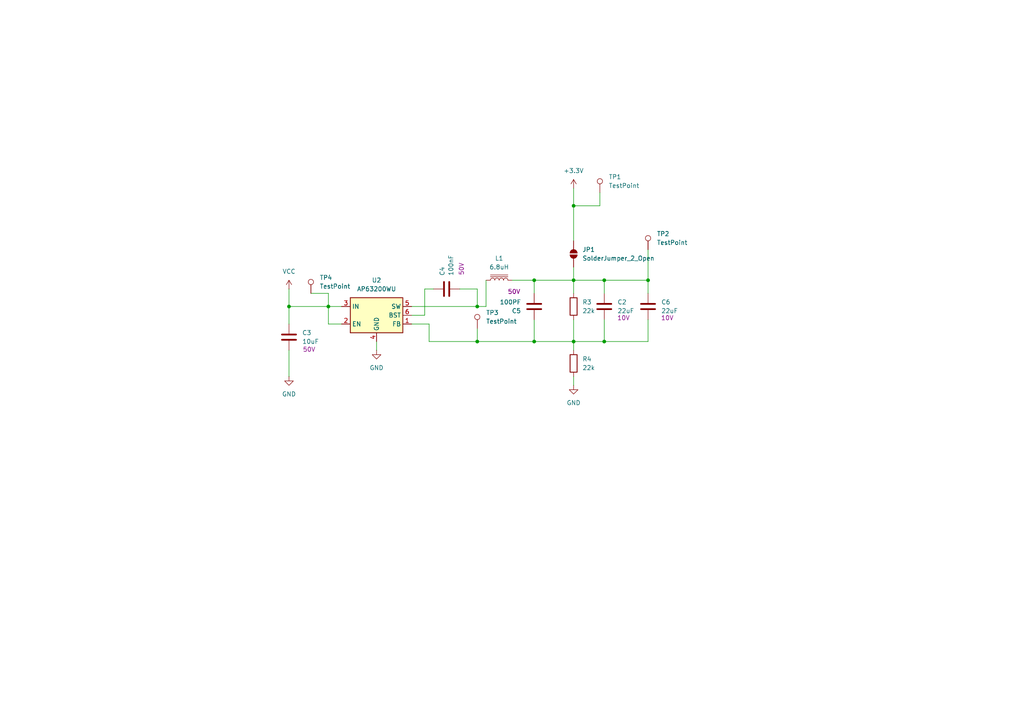
<source format=kicad_sch>
(kicad_sch
	(version 20250114)
	(generator "eeschema")
	(generator_version "9.0")
	(uuid "16eafc91-66a5-4cc3-a4fe-309c5a1795bd")
	(paper "A4")
	(lib_symbols
		(symbol "Connector:TestPoint"
			(pin_numbers
				(hide yes)
			)
			(pin_names
				(offset 0.762)
				(hide yes)
			)
			(exclude_from_sim no)
			(in_bom yes)
			(on_board yes)
			(property "Reference" "TP"
				(at 0 6.858 0)
				(effects
					(font
						(size 1.27 1.27)
					)
				)
			)
			(property "Value" "TestPoint"
				(at 0 5.08 0)
				(effects
					(font
						(size 1.27 1.27)
					)
				)
			)
			(property "Footprint" ""
				(at 5.08 0 0)
				(effects
					(font
						(size 1.27 1.27)
					)
					(hide yes)
				)
			)
			(property "Datasheet" "~"
				(at 5.08 0 0)
				(effects
					(font
						(size 1.27 1.27)
					)
					(hide yes)
				)
			)
			(property "Description" "test point"
				(at 0 0 0)
				(effects
					(font
						(size 1.27 1.27)
					)
					(hide yes)
				)
			)
			(property "ki_keywords" "test point tp"
				(at 0 0 0)
				(effects
					(font
						(size 1.27 1.27)
					)
					(hide yes)
				)
			)
			(property "ki_fp_filters" "Pin* Test*"
				(at 0 0 0)
				(effects
					(font
						(size 1.27 1.27)
					)
					(hide yes)
				)
			)
			(symbol "TestPoint_0_1"
				(circle
					(center 0 3.302)
					(radius 0.762)
					(stroke
						(width 0)
						(type default)
					)
					(fill
						(type none)
					)
				)
			)
			(symbol "TestPoint_1_1"
				(pin passive line
					(at 0 0 90)
					(length 2.54)
					(name "1"
						(effects
							(font
								(size 1.27 1.27)
							)
						)
					)
					(number "1"
						(effects
							(font
								(size 1.27 1.27)
							)
						)
					)
				)
			)
			(embedded_fonts no)
		)
		(symbol "Device:L_Iron"
			(pin_numbers
				(hide yes)
			)
			(pin_names
				(offset 1.016)
				(hide yes)
			)
			(exclude_from_sim no)
			(in_bom yes)
			(on_board yes)
			(property "Reference" "L"
				(at -1.27 0 90)
				(effects
					(font
						(size 1.27 1.27)
					)
				)
			)
			(property "Value" "L_Iron"
				(at 2.794 0 90)
				(effects
					(font
						(size 1.27 1.27)
					)
				)
			)
			(property "Footprint" ""
				(at 0 0 0)
				(effects
					(font
						(size 1.27 1.27)
					)
					(hide yes)
				)
			)
			(property "Datasheet" "~"
				(at 0 0 0)
				(effects
					(font
						(size 1.27 1.27)
					)
					(hide yes)
				)
			)
			(property "Description" "Inductor with iron core"
				(at 0 0 0)
				(effects
					(font
						(size 1.27 1.27)
					)
					(hide yes)
				)
			)
			(property "ki_keywords" "inductor choke coil reactor magnetic"
				(at 0 0 0)
				(effects
					(font
						(size 1.27 1.27)
					)
					(hide yes)
				)
			)
			(property "ki_fp_filters" "Choke_* *Coil* Inductor_* L_*"
				(at 0 0 0)
				(effects
					(font
						(size 1.27 1.27)
					)
					(hide yes)
				)
			)
			(symbol "L_Iron_0_1"
				(arc
					(start 0 2.54)
					(mid 0.6323 1.905)
					(end 0 1.27)
					(stroke
						(width 0)
						(type default)
					)
					(fill
						(type none)
					)
				)
				(arc
					(start 0 1.27)
					(mid 0.6323 0.635)
					(end 0 0)
					(stroke
						(width 0)
						(type default)
					)
					(fill
						(type none)
					)
				)
				(arc
					(start 0 0)
					(mid 0.6323 -0.635)
					(end 0 -1.27)
					(stroke
						(width 0)
						(type default)
					)
					(fill
						(type none)
					)
				)
				(arc
					(start 0 -1.27)
					(mid 0.6323 -1.905)
					(end 0 -2.54)
					(stroke
						(width 0)
						(type default)
					)
					(fill
						(type none)
					)
				)
				(polyline
					(pts
						(xy 1.016 2.54) (xy 1.016 -2.54)
					)
					(stroke
						(width 0)
						(type default)
					)
					(fill
						(type none)
					)
				)
				(polyline
					(pts
						(xy 1.524 -2.54) (xy 1.524 2.54)
					)
					(stroke
						(width 0)
						(type default)
					)
					(fill
						(type none)
					)
				)
			)
			(symbol "L_Iron_1_1"
				(pin passive line
					(at 0 3.81 270)
					(length 1.27)
					(name "1"
						(effects
							(font
								(size 1.27 1.27)
							)
						)
					)
					(number "1"
						(effects
							(font
								(size 1.27 1.27)
							)
						)
					)
				)
				(pin passive line
					(at 0 -3.81 90)
					(length 1.27)
					(name "2"
						(effects
							(font
								(size 1.27 1.27)
							)
						)
					)
					(number "2"
						(effects
							(font
								(size 1.27 1.27)
							)
						)
					)
				)
			)
			(embedded_fonts no)
		)
		(symbol "Jumper:SolderJumper_2_Open"
			(pin_numbers
				(hide yes)
			)
			(pin_names
				(offset 0)
				(hide yes)
			)
			(exclude_from_sim yes)
			(in_bom no)
			(on_board yes)
			(property "Reference" "JP"
				(at 0 2.032 0)
				(effects
					(font
						(size 1.27 1.27)
					)
				)
			)
			(property "Value" "SolderJumper_2_Open"
				(at 0 -2.54 0)
				(effects
					(font
						(size 1.27 1.27)
					)
				)
			)
			(property "Footprint" ""
				(at 0 0 0)
				(effects
					(font
						(size 1.27 1.27)
					)
					(hide yes)
				)
			)
			(property "Datasheet" "~"
				(at 0 0 0)
				(effects
					(font
						(size 1.27 1.27)
					)
					(hide yes)
				)
			)
			(property "Description" "Solder Jumper, 2-pole, open"
				(at 0 0 0)
				(effects
					(font
						(size 1.27 1.27)
					)
					(hide yes)
				)
			)
			(property "ki_keywords" "solder jumper SPST"
				(at 0 0 0)
				(effects
					(font
						(size 1.27 1.27)
					)
					(hide yes)
				)
			)
			(property "ki_fp_filters" "SolderJumper*Open*"
				(at 0 0 0)
				(effects
					(font
						(size 1.27 1.27)
					)
					(hide yes)
				)
			)
			(symbol "SolderJumper_2_Open_0_1"
				(polyline
					(pts
						(xy -0.254 1.016) (xy -0.254 -1.016)
					)
					(stroke
						(width 0)
						(type default)
					)
					(fill
						(type none)
					)
				)
				(arc
					(start -0.254 -1.016)
					(mid -1.2656 0)
					(end -0.254 1.016)
					(stroke
						(width 0)
						(type default)
					)
					(fill
						(type none)
					)
				)
				(arc
					(start -0.254 -1.016)
					(mid -1.2656 0)
					(end -0.254 1.016)
					(stroke
						(width 0)
						(type default)
					)
					(fill
						(type outline)
					)
				)
				(arc
					(start 0.254 1.016)
					(mid 1.2656 0)
					(end 0.254 -1.016)
					(stroke
						(width 0)
						(type default)
					)
					(fill
						(type none)
					)
				)
				(arc
					(start 0.254 1.016)
					(mid 1.2656 0)
					(end 0.254 -1.016)
					(stroke
						(width 0)
						(type default)
					)
					(fill
						(type outline)
					)
				)
				(polyline
					(pts
						(xy 0.254 1.016) (xy 0.254 -1.016)
					)
					(stroke
						(width 0)
						(type default)
					)
					(fill
						(type none)
					)
				)
			)
			(symbol "SolderJumper_2_Open_1_1"
				(pin passive line
					(at -3.81 0 0)
					(length 2.54)
					(name "A"
						(effects
							(font
								(size 1.27 1.27)
							)
						)
					)
					(number "1"
						(effects
							(font
								(size 1.27 1.27)
							)
						)
					)
				)
				(pin passive line
					(at 3.81 0 180)
					(length 2.54)
					(name "B"
						(effects
							(font
								(size 1.27 1.27)
							)
						)
					)
					(number "2"
						(effects
							(font
								(size 1.27 1.27)
							)
						)
					)
				)
			)
			(embedded_fonts no)
		)
		(symbol "PCM_4ms_Power-symbol:+3.3V"
			(power)
			(pin_names
				(offset 0)
			)
			(exclude_from_sim no)
			(in_bom yes)
			(on_board yes)
			(property "Reference" "#PWR"
				(at 0 -3.81 0)
				(effects
					(font
						(size 1.27 1.27)
					)
					(hide yes)
				)
			)
			(property "Value" "+3.3V"
				(at 0 3.556 0)
				(effects
					(font
						(size 1.27 1.27)
					)
				)
			)
			(property "Footprint" ""
				(at 0 0 0)
				(effects
					(font
						(size 1.27 1.27)
					)
					(hide yes)
				)
			)
			(property "Datasheet" ""
				(at 0 0 0)
				(effects
					(font
						(size 1.27 1.27)
					)
					(hide yes)
				)
			)
			(property "Description" ""
				(at 0 0 0)
				(effects
					(font
						(size 1.27 1.27)
					)
					(hide yes)
				)
			)
			(symbol "+3.3V_0_1"
				(polyline
					(pts
						(xy -0.762 1.27) (xy 0 2.54)
					)
					(stroke
						(width 0)
						(type default)
					)
					(fill
						(type none)
					)
				)
				(polyline
					(pts
						(xy 0 2.54) (xy 0.762 1.27)
					)
					(stroke
						(width 0)
						(type default)
					)
					(fill
						(type none)
					)
				)
				(polyline
					(pts
						(xy 0 0) (xy 0 2.54)
					)
					(stroke
						(width 0)
						(type default)
					)
					(fill
						(type none)
					)
				)
			)
			(symbol "+3.3V_1_1"
				(pin power_in line
					(at 0 0 90)
					(length 0)
					(hide yes)
					(name "+3V3"
						(effects
							(font
								(size 1.27 1.27)
							)
						)
					)
					(number "1"
						(effects
							(font
								(size 1.27 1.27)
							)
						)
					)
				)
			)
			(embedded_fonts no)
		)
		(symbol "PCM_Capacitor_AKL:C_0603"
			(pin_numbers
				(hide yes)
			)
			(pin_names
				(offset 0.254)
			)
			(exclude_from_sim no)
			(in_bom yes)
			(on_board yes)
			(property "Reference" "C"
				(at 0.635 2.54 0)
				(effects
					(font
						(size 1.27 1.27)
					)
					(justify left)
				)
			)
			(property "Value" "C_0603"
				(at 0.635 -2.54 0)
				(effects
					(font
						(size 1.27 1.27)
					)
					(justify left)
				)
			)
			(property "Footprint" "PCM_Capacitor_SMD_AKL:C_0603_1608Metric"
				(at 0.9652 -3.81 0)
				(effects
					(font
						(size 1.27 1.27)
					)
					(hide yes)
				)
			)
			(property "Datasheet" "~"
				(at 0 0 0)
				(effects
					(font
						(size 1.27 1.27)
					)
					(hide yes)
				)
			)
			(property "Description" "SMD 0603 MLCC capacitor, Alternate KiCad Library"
				(at 0 0 0)
				(effects
					(font
						(size 1.27 1.27)
					)
					(hide yes)
				)
			)
			(property "ki_keywords" "cap capacitor ceramic chip mlcc smd 0603"
				(at 0 0 0)
				(effects
					(font
						(size 1.27 1.27)
					)
					(hide yes)
				)
			)
			(property "ki_fp_filters" "C_*"
				(at 0 0 0)
				(effects
					(font
						(size 1.27 1.27)
					)
					(hide yes)
				)
			)
			(symbol "C_0603_0_1"
				(polyline
					(pts
						(xy -2.032 0.762) (xy 2.032 0.762)
					)
					(stroke
						(width 0.508)
						(type default)
					)
					(fill
						(type none)
					)
				)
				(polyline
					(pts
						(xy -2.032 -0.762) (xy 2.032 -0.762)
					)
					(stroke
						(width 0.508)
						(type default)
					)
					(fill
						(type none)
					)
				)
			)
			(symbol "C_0603_0_2"
				(polyline
					(pts
						(xy -2.54 -2.54) (xy -0.381 -0.381)
					)
					(stroke
						(width 0)
						(type default)
					)
					(fill
						(type none)
					)
				)
				(polyline
					(pts
						(xy -0.508 -0.508) (xy -1.651 0.635)
					)
					(stroke
						(width 0.508)
						(type default)
					)
					(fill
						(type none)
					)
				)
				(polyline
					(pts
						(xy -0.508 -0.508) (xy 0.635 -1.651)
					)
					(stroke
						(width 0.508)
						(type default)
					)
					(fill
						(type none)
					)
				)
				(polyline
					(pts
						(xy 0.381 0.381) (xy 2.54 2.54)
					)
					(stroke
						(width 0)
						(type default)
					)
					(fill
						(type none)
					)
				)
				(polyline
					(pts
						(xy 0.508 0.508) (xy -0.635 1.651)
					)
					(stroke
						(width 0.508)
						(type default)
					)
					(fill
						(type none)
					)
				)
				(polyline
					(pts
						(xy 0.508 0.508) (xy 1.651 -0.635)
					)
					(stroke
						(width 0.508)
						(type default)
					)
					(fill
						(type none)
					)
				)
			)
			(symbol "C_0603_1_1"
				(pin passive line
					(at 0 3.81 270)
					(length 2.794)
					(name "~"
						(effects
							(font
								(size 1.27 1.27)
							)
						)
					)
					(number "1"
						(effects
							(font
								(size 1.27 1.27)
							)
						)
					)
				)
				(pin passive line
					(at 0 -3.81 90)
					(length 2.794)
					(name "~"
						(effects
							(font
								(size 1.27 1.27)
							)
						)
					)
					(number "2"
						(effects
							(font
								(size 1.27 1.27)
							)
						)
					)
				)
			)
			(symbol "C_0603_1_2"
				(pin passive line
					(at -2.54 -2.54 90)
					(length 0)
					(name "~"
						(effects
							(font
								(size 1.27 1.27)
							)
						)
					)
					(number "2"
						(effects
							(font
								(size 1.27 1.27)
							)
						)
					)
				)
				(pin passive line
					(at 2.54 2.54 270)
					(length 0)
					(name "~"
						(effects
							(font
								(size 1.27 1.27)
							)
						)
					)
					(number "1"
						(effects
							(font
								(size 1.27 1.27)
							)
						)
					)
				)
			)
			(embedded_fonts no)
		)
		(symbol "PCM_Capacitor_AKL:C_0805"
			(pin_numbers
				(hide yes)
			)
			(pin_names
				(offset 0.254)
			)
			(exclude_from_sim no)
			(in_bom yes)
			(on_board yes)
			(property "Reference" "C"
				(at 0.635 2.54 0)
				(effects
					(font
						(size 1.27 1.27)
					)
					(justify left)
				)
			)
			(property "Value" "C_0805"
				(at 0.635 -2.54 0)
				(effects
					(font
						(size 1.27 1.27)
					)
					(justify left)
				)
			)
			(property "Footprint" "PCM_Capacitor_SMD_AKL:C_0805_2012Metric"
				(at 0.9652 -3.81 0)
				(effects
					(font
						(size 1.27 1.27)
					)
					(hide yes)
				)
			)
			(property "Datasheet" "~"
				(at 0 0 0)
				(effects
					(font
						(size 1.27 1.27)
					)
					(hide yes)
				)
			)
			(property "Description" "SMD 0805 MLCC capacitor, Alternate KiCad Library"
				(at 0 0 0)
				(effects
					(font
						(size 1.27 1.27)
					)
					(hide yes)
				)
			)
			(property "ki_keywords" "cap capacitor ceramic chip mlcc smd 0805"
				(at 0 0 0)
				(effects
					(font
						(size 1.27 1.27)
					)
					(hide yes)
				)
			)
			(property "ki_fp_filters" "C_*"
				(at 0 0 0)
				(effects
					(font
						(size 1.27 1.27)
					)
					(hide yes)
				)
			)
			(symbol "C_0805_0_1"
				(polyline
					(pts
						(xy -2.032 0.762) (xy 2.032 0.762)
					)
					(stroke
						(width 0.508)
						(type default)
					)
					(fill
						(type none)
					)
				)
				(polyline
					(pts
						(xy -2.032 -0.762) (xy 2.032 -0.762)
					)
					(stroke
						(width 0.508)
						(type default)
					)
					(fill
						(type none)
					)
				)
			)
			(symbol "C_0805_0_2"
				(polyline
					(pts
						(xy -2.54 -2.54) (xy -0.381 -0.381)
					)
					(stroke
						(width 0)
						(type default)
					)
					(fill
						(type none)
					)
				)
				(polyline
					(pts
						(xy -0.508 -0.508) (xy -1.651 0.635)
					)
					(stroke
						(width 0.508)
						(type default)
					)
					(fill
						(type none)
					)
				)
				(polyline
					(pts
						(xy -0.508 -0.508) (xy 0.635 -1.651)
					)
					(stroke
						(width 0.508)
						(type default)
					)
					(fill
						(type none)
					)
				)
				(polyline
					(pts
						(xy 0.381 0.381) (xy 2.54 2.54)
					)
					(stroke
						(width 0)
						(type default)
					)
					(fill
						(type none)
					)
				)
				(polyline
					(pts
						(xy 0.508 0.508) (xy -0.635 1.651)
					)
					(stroke
						(width 0.508)
						(type default)
					)
					(fill
						(type none)
					)
				)
				(polyline
					(pts
						(xy 0.508 0.508) (xy 1.651 -0.635)
					)
					(stroke
						(width 0.508)
						(type default)
					)
					(fill
						(type none)
					)
				)
			)
			(symbol "C_0805_1_1"
				(pin passive line
					(at 0 3.81 270)
					(length 2.794)
					(name "~"
						(effects
							(font
								(size 1.27 1.27)
							)
						)
					)
					(number "1"
						(effects
							(font
								(size 1.27 1.27)
							)
						)
					)
				)
				(pin passive line
					(at 0 -3.81 90)
					(length 2.794)
					(name "~"
						(effects
							(font
								(size 1.27 1.27)
							)
						)
					)
					(number "2"
						(effects
							(font
								(size 1.27 1.27)
							)
						)
					)
				)
			)
			(symbol "C_0805_1_2"
				(pin passive line
					(at -2.54 -2.54 90)
					(length 0)
					(name "~"
						(effects
							(font
								(size 1.27 1.27)
							)
						)
					)
					(number "2"
						(effects
							(font
								(size 1.27 1.27)
							)
						)
					)
				)
				(pin passive line
					(at 2.54 2.54 270)
					(length 0)
					(name "~"
						(effects
							(font
								(size 1.27 1.27)
							)
						)
					)
					(number "1"
						(effects
							(font
								(size 1.27 1.27)
							)
						)
					)
				)
			)
			(embedded_fonts no)
		)
		(symbol "PCM_Capacitor_AKL:C_1206"
			(pin_numbers
				(hide yes)
			)
			(pin_names
				(offset 0.254)
			)
			(exclude_from_sim no)
			(in_bom yes)
			(on_board yes)
			(property "Reference" "C"
				(at 0.635 2.54 0)
				(effects
					(font
						(size 1.27 1.27)
					)
					(justify left)
				)
			)
			(property "Value" "C_1206"
				(at 0.635 -2.54 0)
				(effects
					(font
						(size 1.27 1.27)
					)
					(justify left)
				)
			)
			(property "Footprint" "PCM_Capacitor_SMD_AKL:C_1206_3216Metric"
				(at 0.9652 -3.81 0)
				(effects
					(font
						(size 1.27 1.27)
					)
					(hide yes)
				)
			)
			(property "Datasheet" "~"
				(at 0 0 0)
				(effects
					(font
						(size 1.27 1.27)
					)
					(hide yes)
				)
			)
			(property "Description" "SMD 1206 MLCC capacitor, Alternate KiCad Library"
				(at 0 0 0)
				(effects
					(font
						(size 1.27 1.27)
					)
					(hide yes)
				)
			)
			(property "ki_keywords" "cap capacitor ceramic chip mlcc smd 1206"
				(at 0 0 0)
				(effects
					(font
						(size 1.27 1.27)
					)
					(hide yes)
				)
			)
			(property "ki_fp_filters" "C_*"
				(at 0 0 0)
				(effects
					(font
						(size 1.27 1.27)
					)
					(hide yes)
				)
			)
			(symbol "C_1206_0_1"
				(polyline
					(pts
						(xy -2.032 0.762) (xy 2.032 0.762)
					)
					(stroke
						(width 0.508)
						(type default)
					)
					(fill
						(type none)
					)
				)
				(polyline
					(pts
						(xy -2.032 -0.762) (xy 2.032 -0.762)
					)
					(stroke
						(width 0.508)
						(type default)
					)
					(fill
						(type none)
					)
				)
			)
			(symbol "C_1206_0_2"
				(polyline
					(pts
						(xy -2.54 -2.54) (xy -0.381 -0.381)
					)
					(stroke
						(width 0)
						(type default)
					)
					(fill
						(type none)
					)
				)
				(polyline
					(pts
						(xy -0.508 -0.508) (xy -1.651 0.635)
					)
					(stroke
						(width 0.508)
						(type default)
					)
					(fill
						(type none)
					)
				)
				(polyline
					(pts
						(xy -0.508 -0.508) (xy 0.635 -1.651)
					)
					(stroke
						(width 0.508)
						(type default)
					)
					(fill
						(type none)
					)
				)
				(polyline
					(pts
						(xy 0.381 0.381) (xy 2.54 2.54)
					)
					(stroke
						(width 0)
						(type default)
					)
					(fill
						(type none)
					)
				)
				(polyline
					(pts
						(xy 0.508 0.508) (xy -0.635 1.651)
					)
					(stroke
						(width 0.508)
						(type default)
					)
					(fill
						(type none)
					)
				)
				(polyline
					(pts
						(xy 0.508 0.508) (xy 1.651 -0.635)
					)
					(stroke
						(width 0.508)
						(type default)
					)
					(fill
						(type none)
					)
				)
			)
			(symbol "C_1206_1_1"
				(pin passive line
					(at 0 3.81 270)
					(length 2.794)
					(name "~"
						(effects
							(font
								(size 1.27 1.27)
							)
						)
					)
					(number "1"
						(effects
							(font
								(size 1.27 1.27)
							)
						)
					)
				)
				(pin passive line
					(at 0 -3.81 90)
					(length 2.794)
					(name "~"
						(effects
							(font
								(size 1.27 1.27)
							)
						)
					)
					(number "2"
						(effects
							(font
								(size 1.27 1.27)
							)
						)
					)
				)
			)
			(symbol "C_1206_1_2"
				(pin passive line
					(at -2.54 -2.54 90)
					(length 0)
					(name "~"
						(effects
							(font
								(size 1.27 1.27)
							)
						)
					)
					(number "2"
						(effects
							(font
								(size 1.27 1.27)
							)
						)
					)
				)
				(pin passive line
					(at 2.54 2.54 270)
					(length 0)
					(name "~"
						(effects
							(font
								(size 1.27 1.27)
							)
						)
					)
					(number "1"
						(effects
							(font
								(size 1.27 1.27)
							)
						)
					)
				)
			)
			(embedded_fonts no)
		)
		(symbol "PCM_Resistor_AKL:R_0603"
			(pin_numbers
				(hide yes)
			)
			(pin_names
				(offset 0)
			)
			(exclude_from_sim no)
			(in_bom yes)
			(on_board yes)
			(property "Reference" "R"
				(at 2.54 1.27 0)
				(effects
					(font
						(size 1.27 1.27)
					)
					(justify left)
				)
			)
			(property "Value" "R_0603"
				(at 2.54 -1.27 0)
				(effects
					(font
						(size 1.27 1.27)
					)
					(justify left)
				)
			)
			(property "Footprint" "PCM_Resistor_SMD_AKL:R_0603_1608Metric"
				(at 0 -11.43 0)
				(effects
					(font
						(size 1.27 1.27)
					)
					(hide yes)
				)
			)
			(property "Datasheet" "~"
				(at 0 0 0)
				(effects
					(font
						(size 1.27 1.27)
					)
					(hide yes)
				)
			)
			(property "Description" "SMD 0603 Chip Resistor, European Symbol, Alternate KiCad Library"
				(at 0 0 0)
				(effects
					(font
						(size 1.27 1.27)
					)
					(hide yes)
				)
			)
			(property "ki_keywords" "R res resistor eu SMD 0603"
				(at 0 0 0)
				(effects
					(font
						(size 1.27 1.27)
					)
					(hide yes)
				)
			)
			(property "ki_fp_filters" "R_*"
				(at 0 0 0)
				(effects
					(font
						(size 1.27 1.27)
					)
					(hide yes)
				)
			)
			(symbol "R_0603_0_1"
				(rectangle
					(start -1.016 2.54)
					(end 1.016 -2.54)
					(stroke
						(width 0.254)
						(type default)
					)
					(fill
						(type none)
					)
				)
			)
			(symbol "R_0603_0_2"
				(polyline
					(pts
						(xy -2.54 -2.54) (xy -1.524 -1.524)
					)
					(stroke
						(width 0)
						(type default)
					)
					(fill
						(type none)
					)
				)
				(polyline
					(pts
						(xy 1.524 1.524) (xy 2.54 2.54)
					)
					(stroke
						(width 0)
						(type default)
					)
					(fill
						(type none)
					)
				)
				(polyline
					(pts
						(xy 1.524 1.524) (xy 0.889 2.159) (xy -2.159 -0.889) (xy -0.889 -2.159) (xy 2.159 0.889) (xy 1.524 1.524)
					)
					(stroke
						(width 0.254)
						(type default)
					)
					(fill
						(type none)
					)
				)
			)
			(symbol "R_0603_1_1"
				(pin passive line
					(at 0 3.81 270)
					(length 1.27)
					(name "~"
						(effects
							(font
								(size 1.27 1.27)
							)
						)
					)
					(number "1"
						(effects
							(font
								(size 1.27 1.27)
							)
						)
					)
				)
				(pin passive line
					(at 0 -3.81 90)
					(length 1.27)
					(name "~"
						(effects
							(font
								(size 1.27 1.27)
							)
						)
					)
					(number "2"
						(effects
							(font
								(size 1.27 1.27)
							)
						)
					)
				)
			)
			(symbol "R_0603_1_2"
				(pin passive line
					(at -2.54 -2.54 0)
					(length 0)
					(name ""
						(effects
							(font
								(size 1.27 1.27)
							)
						)
					)
					(number "2"
						(effects
							(font
								(size 1.27 1.27)
							)
						)
					)
				)
				(pin passive line
					(at 2.54 2.54 180)
					(length 0)
					(name ""
						(effects
							(font
								(size 1.27 1.27)
							)
						)
					)
					(number "1"
						(effects
							(font
								(size 1.27 1.27)
							)
						)
					)
				)
			)
			(embedded_fonts no)
		)
		(symbol "Regulator_Switching:AP63200WU"
			(exclude_from_sim no)
			(in_bom yes)
			(on_board yes)
			(property "Reference" "U"
				(at -7.62 6.35 0)
				(effects
					(font
						(size 1.27 1.27)
					)
				)
			)
			(property "Value" "AP63200WU"
				(at 2.54 6.35 0)
				(effects
					(font
						(size 1.27 1.27)
					)
				)
			)
			(property "Footprint" "Package_TO_SOT_SMD:TSOT-23-6"
				(at 0 -22.86 0)
				(effects
					(font
						(size 1.27 1.27)
					)
					(hide yes)
				)
			)
			(property "Datasheet" "https://www.diodes.com/assets/Datasheets/AP63200-AP63201-AP63203-AP63205.pdf"
				(at 0 0 0)
				(effects
					(font
						(size 1.27 1.27)
					)
					(hide yes)
				)
			)
			(property "Description" "2A, 500kHz Buck DC/DC Converter, adjustable output voltage, TSOT-23-6"
				(at 0 0 0)
				(effects
					(font
						(size 1.27 1.27)
					)
					(hide yes)
				)
			)
			(property "ki_keywords" "2A Buck DC/DC"
				(at 0 0 0)
				(effects
					(font
						(size 1.27 1.27)
					)
					(hide yes)
				)
			)
			(property "ki_fp_filters" "TSOT?23*"
				(at 0 0 0)
				(effects
					(font
						(size 1.27 1.27)
					)
					(hide yes)
				)
			)
			(symbol "AP63200WU_0_1"
				(rectangle
					(start -7.62 5.08)
					(end 7.62 -5.08)
					(stroke
						(width 0.254)
						(type default)
					)
					(fill
						(type background)
					)
				)
			)
			(symbol "AP63200WU_1_1"
				(pin power_in line
					(at -10.16 2.54 0)
					(length 2.54)
					(name "IN"
						(effects
							(font
								(size 1.27 1.27)
							)
						)
					)
					(number "3"
						(effects
							(font
								(size 1.27 1.27)
							)
						)
					)
				)
				(pin input line
					(at -10.16 -2.54 0)
					(length 2.54)
					(name "EN"
						(effects
							(font
								(size 1.27 1.27)
							)
						)
					)
					(number "2"
						(effects
							(font
								(size 1.27 1.27)
							)
						)
					)
				)
				(pin power_in line
					(at 0 -7.62 90)
					(length 2.54)
					(name "GND"
						(effects
							(font
								(size 1.27 1.27)
							)
						)
					)
					(number "4"
						(effects
							(font
								(size 1.27 1.27)
							)
						)
					)
				)
				(pin output line
					(at 10.16 2.54 180)
					(length 2.54)
					(name "SW"
						(effects
							(font
								(size 1.27 1.27)
							)
						)
					)
					(number "5"
						(effects
							(font
								(size 1.27 1.27)
							)
						)
					)
				)
				(pin passive line
					(at 10.16 0 180)
					(length 2.54)
					(name "BST"
						(effects
							(font
								(size 1.27 1.27)
							)
						)
					)
					(number "6"
						(effects
							(font
								(size 1.27 1.27)
							)
						)
					)
				)
				(pin input line
					(at 10.16 -2.54 180)
					(length 2.54)
					(name "FB"
						(effects
							(font
								(size 1.27 1.27)
							)
						)
					)
					(number "1"
						(effects
							(font
								(size 1.27 1.27)
							)
						)
					)
				)
			)
			(embedded_fonts no)
		)
		(symbol "power:GND"
			(power)
			(pin_numbers
				(hide yes)
			)
			(pin_names
				(offset 0)
				(hide yes)
			)
			(exclude_from_sim no)
			(in_bom yes)
			(on_board yes)
			(property "Reference" "#PWR"
				(at 0 -6.35 0)
				(effects
					(font
						(size 1.27 1.27)
					)
					(hide yes)
				)
			)
			(property "Value" "GND"
				(at 0 -3.81 0)
				(effects
					(font
						(size 1.27 1.27)
					)
				)
			)
			(property "Footprint" ""
				(at 0 0 0)
				(effects
					(font
						(size 1.27 1.27)
					)
					(hide yes)
				)
			)
			(property "Datasheet" ""
				(at 0 0 0)
				(effects
					(font
						(size 1.27 1.27)
					)
					(hide yes)
				)
			)
			(property "Description" "Power symbol creates a global label with name \"GND\" , ground"
				(at 0 0 0)
				(effects
					(font
						(size 1.27 1.27)
					)
					(hide yes)
				)
			)
			(property "ki_keywords" "global power"
				(at 0 0 0)
				(effects
					(font
						(size 1.27 1.27)
					)
					(hide yes)
				)
			)
			(symbol "GND_0_1"
				(polyline
					(pts
						(xy 0 0) (xy 0 -1.27) (xy 1.27 -1.27) (xy 0 -2.54) (xy -1.27 -1.27) (xy 0 -1.27)
					)
					(stroke
						(width 0)
						(type default)
					)
					(fill
						(type none)
					)
				)
			)
			(symbol "GND_1_1"
				(pin power_in line
					(at 0 0 270)
					(length 0)
					(name "~"
						(effects
							(font
								(size 1.27 1.27)
							)
						)
					)
					(number "1"
						(effects
							(font
								(size 1.27 1.27)
							)
						)
					)
				)
			)
			(embedded_fonts no)
		)
		(symbol "power:VCC"
			(power)
			(pin_numbers
				(hide yes)
			)
			(pin_names
				(offset 0)
				(hide yes)
			)
			(exclude_from_sim no)
			(in_bom yes)
			(on_board yes)
			(property "Reference" "#PWR"
				(at 0 -3.81 0)
				(effects
					(font
						(size 1.27 1.27)
					)
					(hide yes)
				)
			)
			(property "Value" "VCC"
				(at 0 3.556 0)
				(effects
					(font
						(size 1.27 1.27)
					)
				)
			)
			(property "Footprint" ""
				(at 0 0 0)
				(effects
					(font
						(size 1.27 1.27)
					)
					(hide yes)
				)
			)
			(property "Datasheet" ""
				(at 0 0 0)
				(effects
					(font
						(size 1.27 1.27)
					)
					(hide yes)
				)
			)
			(property "Description" "Power symbol creates a global label with name \"VCC\""
				(at 0 0 0)
				(effects
					(font
						(size 1.27 1.27)
					)
					(hide yes)
				)
			)
			(property "ki_keywords" "global power"
				(at 0 0 0)
				(effects
					(font
						(size 1.27 1.27)
					)
					(hide yes)
				)
			)
			(symbol "VCC_0_1"
				(polyline
					(pts
						(xy -0.762 1.27) (xy 0 2.54)
					)
					(stroke
						(width 0)
						(type default)
					)
					(fill
						(type none)
					)
				)
				(polyline
					(pts
						(xy 0 2.54) (xy 0.762 1.27)
					)
					(stroke
						(width 0)
						(type default)
					)
					(fill
						(type none)
					)
				)
				(polyline
					(pts
						(xy 0 0) (xy 0 2.54)
					)
					(stroke
						(width 0)
						(type default)
					)
					(fill
						(type none)
					)
				)
			)
			(symbol "VCC_1_1"
				(pin power_in line
					(at 0 0 90)
					(length 0)
					(name "~"
						(effects
							(font
								(size 1.27 1.27)
							)
						)
					)
					(number "1"
						(effects
							(font
								(size 1.27 1.27)
							)
						)
					)
				)
			)
			(embedded_fonts no)
		)
	)
	(junction
		(at 166.37 99.06)
		(diameter 0)
		(color 0 0 0 0)
		(uuid "032f473e-7f36-4bc2-8086-97bef5681b88")
	)
	(junction
		(at 166.37 81.28)
		(diameter 0)
		(color 0 0 0 0)
		(uuid "18b692b0-a67b-4ad3-8f95-11529dba2107")
	)
	(junction
		(at 138.43 88.9)
		(diameter 0)
		(color 0 0 0 0)
		(uuid "19095e05-d811-41af-bf78-748a0fd28574")
	)
	(junction
		(at 138.43 99.06)
		(diameter 0)
		(color 0 0 0 0)
		(uuid "1d811ef5-fa76-4634-98f7-0a135cd381a2")
	)
	(junction
		(at 154.94 81.28)
		(diameter 0)
		(color 0 0 0 0)
		(uuid "29e76db5-0471-49b2-99e7-632092816bcb")
	)
	(junction
		(at 175.26 99.06)
		(diameter 0)
		(color 0 0 0 0)
		(uuid "4d6d8838-3916-4e38-80ce-67d63450a3ab")
	)
	(junction
		(at 175.26 81.28)
		(diameter 0)
		(color 0 0 0 0)
		(uuid "534c6185-509b-42eb-8808-279139289636")
	)
	(junction
		(at 154.94 99.06)
		(diameter 0)
		(color 0 0 0 0)
		(uuid "6d17b006-c08c-4f9e-b066-e386ad2e291a")
	)
	(junction
		(at 166.37 59.69)
		(diameter 0)
		(color 0 0 0 0)
		(uuid "81b0ca80-de06-4478-acaa-4239713da872")
	)
	(junction
		(at 83.82 88.9)
		(diameter 0)
		(color 0 0 0 0)
		(uuid "c4d66e6f-e60c-43ef-be1e-a5df4308496e")
	)
	(junction
		(at 187.96 81.28)
		(diameter 0)
		(color 0 0 0 0)
		(uuid "f9f78d44-57db-429c-b2e7-007ddbcb49a2")
	)
	(junction
		(at 95.25 88.9)
		(diameter 0)
		(color 0 0 0 0)
		(uuid "ff28d665-a461-4785-a024-b522a5ad9faa")
	)
	(wire
		(pts
			(xy 138.43 88.9) (xy 140.97 88.9)
		)
		(stroke
			(width 0)
			(type default)
		)
		(uuid "052a87a2-d60e-4095-9c15-a374c192ae78")
	)
	(wire
		(pts
			(xy 175.26 92.71) (xy 175.26 99.06)
		)
		(stroke
			(width 0)
			(type default)
		)
		(uuid "067d3a81-04a8-44e4-9b0c-ee770a24c73f")
	)
	(wire
		(pts
			(xy 187.96 99.06) (xy 175.26 99.06)
		)
		(stroke
			(width 0)
			(type default)
		)
		(uuid "08fd8351-e19b-4449-a5e7-03081eff39fb")
	)
	(wire
		(pts
			(xy 175.26 81.28) (xy 175.26 85.09)
		)
		(stroke
			(width 0)
			(type default)
		)
		(uuid "13e37bdb-05c1-4d29-a934-e4dc688e173e")
	)
	(wire
		(pts
			(xy 166.37 99.06) (xy 175.26 99.06)
		)
		(stroke
			(width 0)
			(type default)
		)
		(uuid "21cdcb5d-0776-4df0-9199-cb855eb7fc9e")
	)
	(wire
		(pts
			(xy 138.43 99.06) (xy 154.94 99.06)
		)
		(stroke
			(width 0)
			(type default)
		)
		(uuid "226ca723-f2f1-45e8-81d6-512ddfcd5ec7")
	)
	(wire
		(pts
			(xy 175.26 81.28) (xy 166.37 81.28)
		)
		(stroke
			(width 0)
			(type default)
		)
		(uuid "246ae603-1b8e-477f-b50e-501f8d3388ec")
	)
	(wire
		(pts
			(xy 95.25 85.09) (xy 90.17 85.09)
		)
		(stroke
			(width 0)
			(type default)
		)
		(uuid "247fddf1-ca6b-4c16-affe-2c273f4de6c4")
	)
	(wire
		(pts
			(xy 83.82 83.82) (xy 83.82 88.9)
		)
		(stroke
			(width 0)
			(type default)
		)
		(uuid "24b8a53a-b3c0-484b-a270-1c4c7f89ac52")
	)
	(wire
		(pts
			(xy 83.82 88.9) (xy 83.82 93.98)
		)
		(stroke
			(width 0)
			(type default)
		)
		(uuid "29bb5a92-e639-44cf-9095-2ef17887c83d")
	)
	(wire
		(pts
			(xy 95.25 93.98) (xy 95.25 88.9)
		)
		(stroke
			(width 0)
			(type default)
		)
		(uuid "380c943e-a0aa-48d1-a9c7-c97f5d567f2d")
	)
	(wire
		(pts
			(xy 119.38 88.9) (xy 138.43 88.9)
		)
		(stroke
			(width 0)
			(type default)
		)
		(uuid "410cf172-a7a3-4860-a561-b4634d6be734")
	)
	(wire
		(pts
			(xy 123.19 83.82) (xy 123.19 91.44)
		)
		(stroke
			(width 0)
			(type default)
		)
		(uuid "50ffcdd6-b99d-454a-bc62-07329b921c41")
	)
	(wire
		(pts
			(xy 109.22 99.06) (xy 109.22 101.6)
		)
		(stroke
			(width 0)
			(type default)
		)
		(uuid "511ffc82-04dd-4e45-8ecc-a8827e5a4541")
	)
	(wire
		(pts
			(xy 95.25 88.9) (xy 99.06 88.9)
		)
		(stroke
			(width 0)
			(type default)
		)
		(uuid "5542e517-2559-467b-bb57-84f0a94b327b")
	)
	(wire
		(pts
			(xy 83.82 101.6) (xy 83.82 109.22)
		)
		(stroke
			(width 0)
			(type default)
		)
		(uuid "5a9be4b8-9bda-43b5-af79-8720e8e179ba")
	)
	(wire
		(pts
			(xy 148.59 81.28) (xy 154.94 81.28)
		)
		(stroke
			(width 0)
			(type default)
		)
		(uuid "6ccc4cce-6f02-4204-9309-43db83558d6e")
	)
	(wire
		(pts
			(xy 166.37 81.28) (xy 166.37 85.09)
		)
		(stroke
			(width 0)
			(type default)
		)
		(uuid "6e0a2aa0-c913-436f-968f-a9a6fe846437")
	)
	(wire
		(pts
			(xy 123.19 91.44) (xy 119.38 91.44)
		)
		(stroke
			(width 0)
			(type default)
		)
		(uuid "6e653bda-dd78-48bc-85b9-d79aec114a95")
	)
	(wire
		(pts
			(xy 166.37 54.61) (xy 166.37 59.69)
		)
		(stroke
			(width 0)
			(type default)
		)
		(uuid "70fd00ad-37a5-41af-b857-61eb2359b552")
	)
	(wire
		(pts
			(xy 124.46 99.06) (xy 138.43 99.06)
		)
		(stroke
			(width 0)
			(type default)
		)
		(uuid "74200969-d200-40ea-bb67-a89dae774b6a")
	)
	(wire
		(pts
			(xy 138.43 99.06) (xy 138.43 95.25)
		)
		(stroke
			(width 0)
			(type default)
		)
		(uuid "756f2ad5-f4ad-47dc-a41b-05c1eaa05f8b")
	)
	(wire
		(pts
			(xy 187.96 92.71) (xy 187.96 99.06)
		)
		(stroke
			(width 0)
			(type default)
		)
		(uuid "76d0aa93-4dd2-427f-9cb9-9fb1a19d3d5a")
	)
	(wire
		(pts
			(xy 173.99 59.69) (xy 166.37 59.69)
		)
		(stroke
			(width 0)
			(type default)
		)
		(uuid "7b824bf3-c9b5-4e6c-a3eb-72eb8e5c7fb2")
	)
	(wire
		(pts
			(xy 166.37 111.76) (xy 166.37 109.22)
		)
		(stroke
			(width 0)
			(type default)
		)
		(uuid "7bde3cc1-5125-48db-93b6-16b84e797971")
	)
	(wire
		(pts
			(xy 95.25 85.09) (xy 95.25 88.9)
		)
		(stroke
			(width 0)
			(type default)
		)
		(uuid "7cc1a799-0a1b-4bef-a74c-dd3f7adf26fe")
	)
	(wire
		(pts
			(xy 83.82 88.9) (xy 95.25 88.9)
		)
		(stroke
			(width 0)
			(type default)
		)
		(uuid "7d37be17-46c0-4bc5-8e52-7fc438a0b2aa")
	)
	(wire
		(pts
			(xy 166.37 92.71) (xy 166.37 99.06)
		)
		(stroke
			(width 0)
			(type default)
		)
		(uuid "823d09c2-afc9-478b-ab9b-6f64f0d9492f")
	)
	(wire
		(pts
			(xy 187.96 72.39) (xy 187.96 81.28)
		)
		(stroke
			(width 0)
			(type default)
		)
		(uuid "8bd99341-1d17-451f-a85e-cc40b99ab448")
	)
	(wire
		(pts
			(xy 154.94 81.28) (xy 154.94 85.09)
		)
		(stroke
			(width 0)
			(type default)
		)
		(uuid "918b7456-1678-4308-9ffa-498b12488de3")
	)
	(wire
		(pts
			(xy 119.38 93.98) (xy 124.46 93.98)
		)
		(stroke
			(width 0)
			(type default)
		)
		(uuid "9381f42e-8427-478b-873d-9aa8fcee7538")
	)
	(wire
		(pts
			(xy 99.06 93.98) (xy 95.25 93.98)
		)
		(stroke
			(width 0)
			(type default)
		)
		(uuid "93f59608-df3d-4cd9-ae43-1134494d4f91")
	)
	(wire
		(pts
			(xy 166.37 77.47) (xy 166.37 81.28)
		)
		(stroke
			(width 0)
			(type default)
		)
		(uuid "9b873ede-506b-44ec-887e-3ee313ffe707")
	)
	(wire
		(pts
			(xy 154.94 99.06) (xy 166.37 99.06)
		)
		(stroke
			(width 0)
			(type default)
		)
		(uuid "b12e8532-ccfb-4557-811b-30190bfc0032")
	)
	(wire
		(pts
			(xy 140.97 88.9) (xy 140.97 81.28)
		)
		(stroke
			(width 0)
			(type default)
		)
		(uuid "b58819d4-f1f3-48f7-a1c5-cca5d8564842")
	)
	(wire
		(pts
			(xy 173.99 55.88) (xy 173.99 59.69)
		)
		(stroke
			(width 0)
			(type default)
		)
		(uuid "bb871c24-5359-4f26-8cf4-eb2eacd37fc7")
	)
	(wire
		(pts
			(xy 124.46 93.98) (xy 124.46 99.06)
		)
		(stroke
			(width 0)
			(type default)
		)
		(uuid "c0ccc0d1-682b-4b37-8f6d-1f4b95a1c89b")
	)
	(wire
		(pts
			(xy 154.94 92.71) (xy 154.94 99.06)
		)
		(stroke
			(width 0)
			(type default)
		)
		(uuid "c8532a86-e747-4b15-9374-e800ff5cba13")
	)
	(wire
		(pts
			(xy 187.96 81.28) (xy 175.26 81.28)
		)
		(stroke
			(width 0)
			(type default)
		)
		(uuid "c92a5d6f-dd80-4058-a919-6b7858ca5da6")
	)
	(wire
		(pts
			(xy 187.96 85.09) (xy 187.96 81.28)
		)
		(stroke
			(width 0)
			(type default)
		)
		(uuid "d33db198-9b20-43aa-8fca-bbfcb31f33af")
	)
	(wire
		(pts
			(xy 138.43 83.82) (xy 138.43 88.9)
		)
		(stroke
			(width 0)
			(type default)
		)
		(uuid "daf4f556-3a90-44f0-8c51-bfb797d9cef1")
	)
	(wire
		(pts
			(xy 138.43 83.82) (xy 133.35 83.82)
		)
		(stroke
			(width 0)
			(type default)
		)
		(uuid "de36ebee-ee6d-419b-99ec-876c0a14fd1f")
	)
	(wire
		(pts
			(xy 166.37 99.06) (xy 166.37 101.6)
		)
		(stroke
			(width 0)
			(type default)
		)
		(uuid "e069b25e-391c-4c0d-9b4d-ddba467068df")
	)
	(wire
		(pts
			(xy 123.19 83.82) (xy 125.73 83.82)
		)
		(stroke
			(width 0)
			(type default)
		)
		(uuid "e83c8af4-13ab-47d8-add2-1fa7dc2c9d2d")
	)
	(wire
		(pts
			(xy 166.37 59.69) (xy 166.37 69.85)
		)
		(stroke
			(width 0)
			(type default)
		)
		(uuid "f30f7f9a-9962-4317-9a9c-a27e2e1cd782")
	)
	(wire
		(pts
			(xy 154.94 81.28) (xy 166.37 81.28)
		)
		(stroke
			(width 0)
			(type default)
		)
		(uuid "fa900072-489e-446e-9350-802ab7ac974d")
	)
	(symbol
		(lib_id "power:GND")
		(at 166.37 111.76 0)
		(unit 1)
		(exclude_from_sim no)
		(in_bom yes)
		(on_board yes)
		(dnp no)
		(fields_autoplaced yes)
		(uuid "0822c02a-4bb7-4d0a-9f46-251379ac5cc8")
		(property "Reference" "#PWR016"
			(at 166.37 118.11 0)
			(effects
				(font
					(size 1.27 1.27)
				)
				(hide yes)
			)
		)
		(property "Value" "GND"
			(at 166.37 116.84 0)
			(effects
				(font
					(size 1.27 1.27)
				)
			)
		)
		(property "Footprint" ""
			(at 166.37 111.76 0)
			(effects
				(font
					(size 1.27 1.27)
				)
				(hide yes)
			)
		)
		(property "Datasheet" ""
			(at 166.37 111.76 0)
			(effects
				(font
					(size 1.27 1.27)
				)
				(hide yes)
			)
		)
		(property "Description" "Power symbol creates a global label with name \"GND\" , ground"
			(at 166.37 111.76 0)
			(effects
				(font
					(size 1.27 1.27)
				)
				(hide yes)
			)
		)
		(pin "1"
			(uuid "0f4c6ca3-786a-4c4c-ba39-f3fc0da9564a")
		)
		(instances
			(project "PCB2"
				(path "/65bd0161-ef9e-46bf-8f53-5e79265dec38/b9169cbc-15eb-4442-a6f5-930282d069c3/ab8fa0aa-5372-463c-aabf-e45fe71fbb31"
					(reference "#PWR016")
					(unit 1)
				)
			)
		)
	)
	(symbol
		(lib_id "Connector:TestPoint")
		(at 90.17 85.09 0)
		(unit 1)
		(exclude_from_sim no)
		(in_bom yes)
		(on_board yes)
		(dnp no)
		(fields_autoplaced yes)
		(uuid "0cc88719-ab51-4d1f-bb37-41252ac4e246")
		(property "Reference" "TP4"
			(at 92.71 80.5179 0)
			(effects
				(font
					(size 1.27 1.27)
				)
				(justify left)
			)
		)
		(property "Value" "TestPoint"
			(at 92.71 83.0579 0)
			(effects
				(font
					(size 1.27 1.27)
				)
				(justify left)
			)
		)
		(property "Footprint" "Connector_Pin:Pin_D1.0mm_L10.0mm"
			(at 95.25 85.09 0)
			(effects
				(font
					(size 1.27 1.27)
				)
				(hide yes)
			)
		)
		(property "Datasheet" "~"
			(at 95.25 85.09 0)
			(effects
				(font
					(size 1.27 1.27)
				)
				(hide yes)
			)
		)
		(property "Description" "test point"
			(at 90.17 85.09 0)
			(effects
				(font
					(size 1.27 1.27)
				)
				(hide yes)
			)
		)
		(pin "1"
			(uuid "195a38f6-8430-4730-a5c8-06f2b4f8ac86")
		)
		(instances
			(project "PCB2"
				(path "/65bd0161-ef9e-46bf-8f53-5e79265dec38/b9169cbc-15eb-4442-a6f5-930282d069c3/ab8fa0aa-5372-463c-aabf-e45fe71fbb31"
					(reference "TP4")
					(unit 1)
				)
			)
		)
	)
	(symbol
		(lib_id "Connector:TestPoint")
		(at 138.43 95.25 0)
		(unit 1)
		(exclude_from_sim no)
		(in_bom yes)
		(on_board yes)
		(dnp no)
		(fields_autoplaced yes)
		(uuid "0df060c0-457a-4340-a5eb-15dc52436a7f")
		(property "Reference" "TP3"
			(at 140.97 90.6779 0)
			(effects
				(font
					(size 1.27 1.27)
				)
				(justify left)
			)
		)
		(property "Value" "TestPoint"
			(at 140.97 93.2179 0)
			(effects
				(font
					(size 1.27 1.27)
				)
				(justify left)
			)
		)
		(property "Footprint" "Connector_Pin:Pin_D1.0mm_L10.0mm"
			(at 143.51 95.25 0)
			(effects
				(font
					(size 1.27 1.27)
				)
				(hide yes)
			)
		)
		(property "Datasheet" "~"
			(at 143.51 95.25 0)
			(effects
				(font
					(size 1.27 1.27)
				)
				(hide yes)
			)
		)
		(property "Description" "test point"
			(at 138.43 95.25 0)
			(effects
				(font
					(size 1.27 1.27)
				)
				(hide yes)
			)
		)
		(pin "1"
			(uuid "ad82627b-d9a2-4d14-8ff7-7150e1011f18")
		)
		(instances
			(project "PCB2"
				(path "/65bd0161-ef9e-46bf-8f53-5e79265dec38/b9169cbc-15eb-4442-a6f5-930282d069c3/ab8fa0aa-5372-463c-aabf-e45fe71fbb31"
					(reference "TP3")
					(unit 1)
				)
			)
		)
	)
	(symbol
		(lib_id "Connector:TestPoint")
		(at 187.96 72.39 0)
		(unit 1)
		(exclude_from_sim no)
		(in_bom yes)
		(on_board yes)
		(dnp no)
		(fields_autoplaced yes)
		(uuid "150fcc33-482f-4f79-9a8c-cf36f0045cdd")
		(property "Reference" "TP2"
			(at 190.5 67.8179 0)
			(effects
				(font
					(size 1.27 1.27)
				)
				(justify left)
			)
		)
		(property "Value" "TestPoint"
			(at 190.5 70.3579 0)
			(effects
				(font
					(size 1.27 1.27)
				)
				(justify left)
			)
		)
		(property "Footprint" "Connector_Pin:Pin_D1.0mm_L10.0mm"
			(at 193.04 72.39 0)
			(effects
				(font
					(size 1.27 1.27)
				)
				(hide yes)
			)
		)
		(property "Datasheet" "~"
			(at 193.04 72.39 0)
			(effects
				(font
					(size 1.27 1.27)
				)
				(hide yes)
			)
		)
		(property "Description" "test point"
			(at 187.96 72.39 0)
			(effects
				(font
					(size 1.27 1.27)
				)
				(hide yes)
			)
		)
		(pin "1"
			(uuid "c18d0d91-2a8e-4123-a6b2-13a9202f244c")
		)
		(instances
			(project "PCB2"
				(path "/65bd0161-ef9e-46bf-8f53-5e79265dec38/b9169cbc-15eb-4442-a6f5-930282d069c3/ab8fa0aa-5372-463c-aabf-e45fe71fbb31"
					(reference "TP2")
					(unit 1)
				)
			)
		)
	)
	(symbol
		(lib_id "power:VCC")
		(at 83.82 83.82 0)
		(unit 1)
		(exclude_from_sim no)
		(in_bom yes)
		(on_board yes)
		(dnp no)
		(fields_autoplaced yes)
		(uuid "2141c549-3b6a-4def-a637-20be78c75efb")
		(property "Reference" "#PWR012"
			(at 83.82 87.63 0)
			(effects
				(font
					(size 1.27 1.27)
				)
				(hide yes)
			)
		)
		(property "Value" "VCC"
			(at 83.82 78.74 0)
			(effects
				(font
					(size 1.27 1.27)
				)
			)
		)
		(property "Footprint" ""
			(at 83.82 83.82 0)
			(effects
				(font
					(size 1.27 1.27)
				)
				(hide yes)
			)
		)
		(property "Datasheet" ""
			(at 83.82 83.82 0)
			(effects
				(font
					(size 1.27 1.27)
				)
				(hide yes)
			)
		)
		(property "Description" "Power symbol creates a global label with name \"VCC\""
			(at 83.82 83.82 0)
			(effects
				(font
					(size 1.27 1.27)
				)
				(hide yes)
			)
		)
		(pin "1"
			(uuid "45986909-69e7-4331-b759-0a2dc0b529da")
		)
		(instances
			(project ""
				(path "/65bd0161-ef9e-46bf-8f53-5e79265dec38/b9169cbc-15eb-4442-a6f5-930282d069c3/ab8fa0aa-5372-463c-aabf-e45fe71fbb31"
					(reference "#PWR012")
					(unit 1)
				)
			)
		)
	)
	(symbol
		(lib_id "PCM_Resistor_AKL:R_0603")
		(at 166.37 88.9 0)
		(unit 1)
		(exclude_from_sim no)
		(in_bom yes)
		(on_board yes)
		(dnp no)
		(fields_autoplaced yes)
		(uuid "2323d210-5b81-4dd4-bed5-454a945813f8")
		(property "Reference" "R3"
			(at 168.91 87.6299 0)
			(effects
				(font
					(size 1.27 1.27)
				)
				(justify left)
			)
		)
		(property "Value" "22k"
			(at 168.91 90.1699 0)
			(effects
				(font
					(size 1.27 1.27)
				)
				(justify left)
			)
		)
		(property "Footprint" "PCM_Resistor_SMD_AKL:R_0603_1608Metric"
			(at 166.37 100.33 0)
			(effects
				(font
					(size 1.27 1.27)
				)
				(hide yes)
			)
		)
		(property "Datasheet" "~"
			(at 166.37 88.9 0)
			(effects
				(font
					(size 1.27 1.27)
				)
				(hide yes)
			)
		)
		(property "Description" "SMD 0603 Chip Resistor, European Symbol, Alternate KiCad Library"
			(at 166.37 88.9 0)
			(effects
				(font
					(size 1.27 1.27)
				)
				(hide yes)
			)
		)
		(pin "1"
			(uuid "9aac54a0-efa3-4597-b19f-98c83b6e0e85")
		)
		(pin "2"
			(uuid "c81fbcf9-58f0-4d24-bfb1-c81283391034")
		)
		(instances
			(project ""
				(path "/65bd0161-ef9e-46bf-8f53-5e79265dec38/b9169cbc-15eb-4442-a6f5-930282d069c3/ab8fa0aa-5372-463c-aabf-e45fe71fbb31"
					(reference "R3")
					(unit 1)
				)
			)
		)
	)
	(symbol
		(lib_id "Connector:TestPoint")
		(at 173.99 55.88 0)
		(unit 1)
		(exclude_from_sim no)
		(in_bom yes)
		(on_board yes)
		(dnp no)
		(fields_autoplaced yes)
		(uuid "41eb1ba5-ca39-4a03-a924-c867e5007e3e")
		(property "Reference" "TP1"
			(at 176.53 51.3079 0)
			(effects
				(font
					(size 1.27 1.27)
				)
				(justify left)
			)
		)
		(property "Value" "TestPoint"
			(at 176.53 53.8479 0)
			(effects
				(font
					(size 1.27 1.27)
				)
				(justify left)
			)
		)
		(property "Footprint" "Connector_Pin:Pin_D1.0mm_L10.0mm"
			(at 179.07 55.88 0)
			(effects
				(font
					(size 1.27 1.27)
				)
				(hide yes)
			)
		)
		(property "Datasheet" "~"
			(at 179.07 55.88 0)
			(effects
				(font
					(size 1.27 1.27)
				)
				(hide yes)
			)
		)
		(property "Description" "test point"
			(at 173.99 55.88 0)
			(effects
				(font
					(size 1.27 1.27)
				)
				(hide yes)
			)
		)
		(pin "1"
			(uuid "97b456f9-b9fd-40c1-a83b-66e949c2f631")
		)
		(instances
			(project ""
				(path "/65bd0161-ef9e-46bf-8f53-5e79265dec38/b9169cbc-15eb-4442-a6f5-930282d069c3/ab8fa0aa-5372-463c-aabf-e45fe71fbb31"
					(reference "TP1")
					(unit 1)
				)
			)
		)
	)
	(symbol
		(lib_id "Regulator_Switching:AP63200WU")
		(at 109.22 91.44 0)
		(unit 1)
		(exclude_from_sim no)
		(in_bom yes)
		(on_board yes)
		(dnp no)
		(fields_autoplaced yes)
		(uuid "50b7ab61-6710-4a99-b118-48a62a6e42dc")
		(property "Reference" "U2"
			(at 109.22 81.28 0)
			(effects
				(font
					(size 1.27 1.27)
				)
			)
		)
		(property "Value" "AP63200WU"
			(at 109.22 83.82 0)
			(effects
				(font
					(size 1.27 1.27)
				)
			)
		)
		(property "Footprint" "Package_TO_SOT_SMD:TSOT-23-6"
			(at 109.22 114.3 0)
			(effects
				(font
					(size 1.27 1.27)
				)
				(hide yes)
			)
		)
		(property "Datasheet" "https://www.diodes.com/assets/Datasheets/AP63200-AP63201-AP63203-AP63205.pdf"
			(at 109.22 91.44 0)
			(effects
				(font
					(size 1.27 1.27)
				)
				(hide yes)
			)
		)
		(property "Description" "2A, 500kHz Buck DC/DC Converter, adjustable output voltage, TSOT-23-6"
			(at 109.22 91.44 0)
			(effects
				(font
					(size 1.27 1.27)
				)
				(hide yes)
			)
		)
		(pin "6"
			(uuid "0fc2a4c6-515d-48a0-94f6-243728278b6b")
		)
		(pin "2"
			(uuid "430a5ec6-d70a-4b46-b46e-318f7d1b7065")
		)
		(pin "4"
			(uuid "d73b0211-f942-4bcd-8ede-94220cca2286")
		)
		(pin "3"
			(uuid "c3facfbb-3d07-4a2e-9f11-e617ad5edadc")
		)
		(pin "5"
			(uuid "73bba25f-c452-4492-a04a-6aa116f10b6a")
		)
		(pin "1"
			(uuid "87cb282b-ba9a-4275-b4fb-6db74db6ae89")
		)
		(instances
			(project ""
				(path "/65bd0161-ef9e-46bf-8f53-5e79265dec38/b9169cbc-15eb-4442-a6f5-930282d069c3/ab8fa0aa-5372-463c-aabf-e45fe71fbb31"
					(reference "U2")
					(unit 1)
				)
			)
		)
	)
	(symbol
		(lib_id "PCM_Capacitor_AKL:C_1206")
		(at 83.82 97.79 0)
		(unit 1)
		(exclude_from_sim no)
		(in_bom yes)
		(on_board yes)
		(dnp no)
		(uuid "6814a444-4ec6-4bf0-99a2-18bd8006e368")
		(property "Reference" "C3"
			(at 87.63 96.5199 0)
			(effects
				(font
					(size 1.27 1.27)
				)
				(justify left)
			)
		)
		(property "Value" "10uF"
			(at 87.63 99.0599 0)
			(effects
				(font
					(size 1.27 1.27)
				)
				(justify left)
			)
		)
		(property "Footprint" "PCM_Capacitor_SMD_AKL:C_1206_3216Metric"
			(at 84.7852 101.6 0)
			(effects
				(font
					(size 1.27 1.27)
				)
				(hide yes)
			)
		)
		(property "Datasheet" "~"
			(at 83.82 97.79 0)
			(effects
				(font
					(size 1.27 1.27)
				)
				(hide yes)
			)
		)
		(property "Description" "SMD 1206 MLCC capacitor, Alternate KiCad Library"
			(at 83.82 97.79 0)
			(effects
				(font
					(size 1.27 1.27)
				)
				(hide yes)
			)
		)
		(property "voltage" "50V"
			(at 89.662 101.346 0)
			(effects
				(font
					(size 1.27 1.27)
				)
			)
		)
		(pin "1"
			(uuid "ea6b96d2-14c0-4e4b-913f-7550072f699d")
		)
		(pin "2"
			(uuid "c180120f-4709-4a41-9356-bf476185d4e9")
		)
		(instances
			(project ""
				(path "/65bd0161-ef9e-46bf-8f53-5e79265dec38/b9169cbc-15eb-4442-a6f5-930282d069c3/ab8fa0aa-5372-463c-aabf-e45fe71fbb31"
					(reference "C3")
					(unit 1)
				)
			)
		)
	)
	(symbol
		(lib_id "PCM_Resistor_AKL:R_0603")
		(at 166.37 105.41 0)
		(unit 1)
		(exclude_from_sim no)
		(in_bom yes)
		(on_board yes)
		(dnp no)
		(fields_autoplaced yes)
		(uuid "898a44ed-1415-41d9-ae3e-9b0353aa6366")
		(property "Reference" "R4"
			(at 168.91 104.1399 0)
			(effects
				(font
					(size 1.27 1.27)
				)
				(justify left)
			)
		)
		(property "Value" "22k"
			(at 168.91 106.6799 0)
			(effects
				(font
					(size 1.27 1.27)
				)
				(justify left)
			)
		)
		(property "Footprint" "PCM_Resistor_SMD_AKL:R_0603_1608Metric"
			(at 166.37 116.84 0)
			(effects
				(font
					(size 1.27 1.27)
				)
				(hide yes)
			)
		)
		(property "Datasheet" "~"
			(at 166.37 105.41 0)
			(effects
				(font
					(size 1.27 1.27)
				)
				(hide yes)
			)
		)
		(property "Description" "SMD 0603 Chip Resistor, European Symbol, Alternate KiCad Library"
			(at 166.37 105.41 0)
			(effects
				(font
					(size 1.27 1.27)
				)
				(hide yes)
			)
		)
		(pin "1"
			(uuid "df926579-901a-4a99-b2b8-8657d78d8b8b")
		)
		(pin "2"
			(uuid "58cb0116-ff60-403c-91f1-0867ed0fca43")
		)
		(instances
			(project "PCB2"
				(path "/65bd0161-ef9e-46bf-8f53-5e79265dec38/b9169cbc-15eb-4442-a6f5-930282d069c3/ab8fa0aa-5372-463c-aabf-e45fe71fbb31"
					(reference "R4")
					(unit 1)
				)
			)
		)
	)
	(symbol
		(lib_id "PCM_Capacitor_AKL:C_0805")
		(at 175.26 88.9 0)
		(unit 1)
		(exclude_from_sim no)
		(in_bom yes)
		(on_board yes)
		(dnp no)
		(uuid "a00205aa-402c-44e8-a393-2538ad631f1a")
		(property "Reference" "C2"
			(at 179.07 87.6299 0)
			(effects
				(font
					(size 1.27 1.27)
				)
				(justify left)
			)
		)
		(property "Value" "22uF"
			(at 179.07 90.1699 0)
			(effects
				(font
					(size 1.27 1.27)
				)
				(justify left)
			)
		)
		(property "Footprint" "PCM_Capacitor_SMD_AKL:C_0805_2012Metric"
			(at 176.2252 92.71 0)
			(effects
				(font
					(size 1.27 1.27)
				)
				(hide yes)
			)
		)
		(property "Datasheet" "~"
			(at 175.26 88.9 0)
			(effects
				(font
					(size 1.27 1.27)
				)
				(hide yes)
			)
		)
		(property "Description" "SMD 0805 MLCC capacitor, Alternate KiCad Library"
			(at 175.26 88.9 0)
			(effects
				(font
					(size 1.27 1.27)
				)
				(hide yes)
			)
		)
		(property "voltage" "10V"
			(at 180.848 92.202 0)
			(effects
				(font
					(size 1.27 1.27)
				)
			)
		)
		(pin "1"
			(uuid "e1cb0663-8009-4b60-85ae-102afb10cead")
		)
		(pin "2"
			(uuid "de2a54f1-aff0-4b40-ad4f-9430cac2d5e7")
		)
		(instances
			(project ""
				(path "/65bd0161-ef9e-46bf-8f53-5e79265dec38/b9169cbc-15eb-4442-a6f5-930282d069c3/ab8fa0aa-5372-463c-aabf-e45fe71fbb31"
					(reference "C2")
					(unit 1)
				)
			)
		)
	)
	(symbol
		(lib_id "power:GND")
		(at 83.82 109.22 0)
		(unit 1)
		(exclude_from_sim no)
		(in_bom yes)
		(on_board yes)
		(dnp no)
		(fields_autoplaced yes)
		(uuid "a6c80c53-2deb-4520-af99-9e00a4dbad60")
		(property "Reference" "#PWR014"
			(at 83.82 115.57 0)
			(effects
				(font
					(size 1.27 1.27)
				)
				(hide yes)
			)
		)
		(property "Value" "GND"
			(at 83.82 114.3 0)
			(effects
				(font
					(size 1.27 1.27)
				)
			)
		)
		(property "Footprint" ""
			(at 83.82 109.22 0)
			(effects
				(font
					(size 1.27 1.27)
				)
				(hide yes)
			)
		)
		(property "Datasheet" ""
			(at 83.82 109.22 0)
			(effects
				(font
					(size 1.27 1.27)
				)
				(hide yes)
			)
		)
		(property "Description" "Power symbol creates a global label with name \"GND\" , ground"
			(at 83.82 109.22 0)
			(effects
				(font
					(size 1.27 1.27)
				)
				(hide yes)
			)
		)
		(pin "1"
			(uuid "195075e7-421c-4eb9-948d-94618eace606")
		)
		(instances
			(project "PCB2"
				(path "/65bd0161-ef9e-46bf-8f53-5e79265dec38/b9169cbc-15eb-4442-a6f5-930282d069c3/ab8fa0aa-5372-463c-aabf-e45fe71fbb31"
					(reference "#PWR014")
					(unit 1)
				)
			)
		)
	)
	(symbol
		(lib_id "Jumper:SolderJumper_2_Open")
		(at 166.37 73.66 90)
		(unit 1)
		(exclude_from_sim no)
		(in_bom no)
		(on_board yes)
		(dnp no)
		(fields_autoplaced yes)
		(uuid "b5993251-6798-47be-a848-1a01694ddfb3")
		(property "Reference" "JP1"
			(at 168.91 72.3899 90)
			(effects
				(font
					(size 1.27 1.27)
				)
				(justify right)
			)
		)
		(property "Value" "SolderJumper_2_Open"
			(at 168.91 74.9299 90)
			(effects
				(font
					(size 1.27 1.27)
				)
				(justify right)
			)
		)
		(property "Footprint" "Jumper:SolderJumper-2_P1.3mm_Open_RoundedPad1.0x1.5mm"
			(at 166.37 73.66 0)
			(effects
				(font
					(size 1.27 1.27)
				)
				(hide yes)
			)
		)
		(property "Datasheet" "~"
			(at 166.37 73.66 0)
			(effects
				(font
					(size 1.27 1.27)
				)
				(hide yes)
			)
		)
		(property "Description" "Solder Jumper, 2-pole, open"
			(at 166.37 73.66 0)
			(effects
				(font
					(size 1.27 1.27)
				)
				(hide yes)
			)
		)
		(pin "1"
			(uuid "b89a9af7-7c5a-4955-9a1c-88873a57f2e9")
		)
		(pin "2"
			(uuid "5d438379-d101-4b0f-8982-3a11c1b40597")
		)
		(instances
			(project ""
				(path "/65bd0161-ef9e-46bf-8f53-5e79265dec38/b9169cbc-15eb-4442-a6f5-930282d069c3/ab8fa0aa-5372-463c-aabf-e45fe71fbb31"
					(reference "JP1")
					(unit 1)
				)
			)
		)
	)
	(symbol
		(lib_id "PCM_Capacitor_AKL:C_0603")
		(at 154.94 88.9 180)
		(unit 1)
		(exclude_from_sim no)
		(in_bom yes)
		(on_board yes)
		(dnp no)
		(uuid "ce7c80f1-ce1e-46e9-be46-beb51efe31fb")
		(property "Reference" "C5"
			(at 151.13 90.1701 0)
			(effects
				(font
					(size 1.27 1.27)
				)
				(justify left)
			)
		)
		(property "Value" "100PF"
			(at 151.13 87.6301 0)
			(effects
				(font
					(size 1.27 1.27)
				)
				(justify left)
			)
		)
		(property "Footprint" "PCM_Capacitor_SMD_AKL:C_0603_1608Metric"
			(at 153.9748 85.09 0)
			(effects
				(font
					(size 1.27 1.27)
				)
				(hide yes)
			)
		)
		(property "Datasheet" "~"
			(at 154.94 88.9 0)
			(effects
				(font
					(size 1.27 1.27)
				)
				(hide yes)
			)
		)
		(property "Description" "SMD 0603 MLCC capacitor, Alternate KiCad Library"
			(at 154.94 88.9 0)
			(effects
				(font
					(size 1.27 1.27)
				)
				(hide yes)
			)
		)
		(property "Voltage" "50V"
			(at 149.098 84.582 0)
			(effects
				(font
					(size 1.27 1.27)
				)
			)
		)
		(pin "1"
			(uuid "6ea6d705-91d4-45c4-b031-c86e573dd64c")
		)
		(pin "2"
			(uuid "a133587d-55d1-44e5-8235-725e926c4568")
		)
		(instances
			(project "PCB2"
				(path "/65bd0161-ef9e-46bf-8f53-5e79265dec38/b9169cbc-15eb-4442-a6f5-930282d069c3/ab8fa0aa-5372-463c-aabf-e45fe71fbb31"
					(reference "C5")
					(unit 1)
				)
			)
		)
	)
	(symbol
		(lib_id "Device:L_Iron")
		(at 144.78 81.28 90)
		(unit 1)
		(exclude_from_sim no)
		(in_bom yes)
		(on_board yes)
		(dnp no)
		(fields_autoplaced yes)
		(uuid "d47be7af-e848-4d98-8a06-4d7875622366")
		(property "Reference" "L1"
			(at 144.78 74.93 90)
			(effects
				(font
					(size 1.27 1.27)
				)
			)
		)
		(property "Value" "6.8uH"
			(at 144.78 77.47 90)
			(effects
				(font
					(size 1.27 1.27)
				)
			)
		)
		(property "Footprint" "Inductor_SMD:L_Bourns-SRN6028"
			(at 144.78 81.28 0)
			(effects
				(font
					(size 1.27 1.27)
				)
				(hide yes)
			)
		)
		(property "Datasheet" "~"
			(at 144.78 81.28 0)
			(effects
				(font
					(size 1.27 1.27)
				)
				(hide yes)
			)
		)
		(property "Description" "Inductor with iron core"
			(at 144.78 81.28 0)
			(effects
				(font
					(size 1.27 1.27)
				)
				(hide yes)
			)
		)
		(pin "1"
			(uuid "6aa334fb-8b75-4c1a-9aa0-11bd1abeb47a")
		)
		(pin "2"
			(uuid "6d08c948-99e0-43cf-b691-a6231cc1e4ec")
		)
		(instances
			(project ""
				(path "/65bd0161-ef9e-46bf-8f53-5e79265dec38/b9169cbc-15eb-4442-a6f5-930282d069c3/ab8fa0aa-5372-463c-aabf-e45fe71fbb31"
					(reference "L1")
					(unit 1)
				)
			)
		)
	)
	(symbol
		(lib_id "PCM_Capacitor_AKL:C_0603")
		(at 129.54 83.82 90)
		(unit 1)
		(exclude_from_sim no)
		(in_bom yes)
		(on_board yes)
		(dnp no)
		(uuid "d8e69fc0-c43f-4e57-a8de-c97c305538f6")
		(property "Reference" "C4"
			(at 128.2699 80.01 0)
			(effects
				(font
					(size 1.27 1.27)
				)
				(justify left)
			)
		)
		(property "Value" "100nF"
			(at 130.8099 80.01 0)
			(effects
				(font
					(size 1.27 1.27)
				)
				(justify left)
			)
		)
		(property "Footprint" "PCM_Capacitor_SMD_AKL:C_0603_1608Metric"
			(at 133.35 82.8548 0)
			(effects
				(font
					(size 1.27 1.27)
				)
				(hide yes)
			)
		)
		(property "Datasheet" "~"
			(at 129.54 83.82 0)
			(effects
				(font
					(size 1.27 1.27)
				)
				(hide yes)
			)
		)
		(property "Description" "SMD 0603 MLCC capacitor, Alternate KiCad Library"
			(at 129.54 83.82 0)
			(effects
				(font
					(size 1.27 1.27)
				)
				(hide yes)
			)
		)
		(property "Voltage" "50V"
			(at 133.858 77.978 0)
			(effects
				(font
					(size 1.27 1.27)
				)
			)
		)
		(pin "1"
			(uuid "a7ce7fb2-84c3-4278-b2bc-24f4a0d73e1f")
		)
		(pin "2"
			(uuid "a3136c27-f114-462c-8343-61c029a162fa")
		)
		(instances
			(project ""
				(path "/65bd0161-ef9e-46bf-8f53-5e79265dec38/b9169cbc-15eb-4442-a6f5-930282d069c3/ab8fa0aa-5372-463c-aabf-e45fe71fbb31"
					(reference "C4")
					(unit 1)
				)
			)
		)
	)
	(symbol
		(lib_id "PCM_4ms_Power-symbol:+3.3V")
		(at 166.37 54.61 0)
		(unit 1)
		(exclude_from_sim no)
		(in_bom yes)
		(on_board yes)
		(dnp no)
		(fields_autoplaced yes)
		(uuid "e7af4cb6-1584-4796-a6ee-a495e6a94b10")
		(property "Reference" "#PWR03"
			(at 166.37 58.42 0)
			(effects
				(font
					(size 1.27 1.27)
				)
				(hide yes)
			)
		)
		(property "Value" "+3.3V"
			(at 166.37 49.53 0)
			(effects
				(font
					(size 1.27 1.27)
				)
			)
		)
		(property "Footprint" ""
			(at 166.37 54.61 0)
			(effects
				(font
					(size 1.27 1.27)
				)
				(hide yes)
			)
		)
		(property "Datasheet" ""
			(at 166.37 54.61 0)
			(effects
				(font
					(size 1.27 1.27)
				)
				(hide yes)
			)
		)
		(property "Description" ""
			(at 166.37 54.61 0)
			(effects
				(font
					(size 1.27 1.27)
				)
				(hide yes)
			)
		)
		(pin "1"
			(uuid "a3d48450-c932-42f8-b8d0-35aac7b86820")
		)
		(instances
			(project ""
				(path "/65bd0161-ef9e-46bf-8f53-5e79265dec38/b9169cbc-15eb-4442-a6f5-930282d069c3/ab8fa0aa-5372-463c-aabf-e45fe71fbb31"
					(reference "#PWR03")
					(unit 1)
				)
			)
		)
	)
	(symbol
		(lib_id "power:GND")
		(at 109.22 101.6 0)
		(unit 1)
		(exclude_from_sim no)
		(in_bom yes)
		(on_board yes)
		(dnp no)
		(fields_autoplaced yes)
		(uuid "f244009b-2de5-484b-891d-fc21e6ae2472")
		(property "Reference" "#PWR013"
			(at 109.22 107.95 0)
			(effects
				(font
					(size 1.27 1.27)
				)
				(hide yes)
			)
		)
		(property "Value" "GND"
			(at 109.22 106.68 0)
			(effects
				(font
					(size 1.27 1.27)
				)
			)
		)
		(property "Footprint" ""
			(at 109.22 101.6 0)
			(effects
				(font
					(size 1.27 1.27)
				)
				(hide yes)
			)
		)
		(property "Datasheet" ""
			(at 109.22 101.6 0)
			(effects
				(font
					(size 1.27 1.27)
				)
				(hide yes)
			)
		)
		(property "Description" "Power symbol creates a global label with name \"GND\" , ground"
			(at 109.22 101.6 0)
			(effects
				(font
					(size 1.27 1.27)
				)
				(hide yes)
			)
		)
		(pin "1"
			(uuid "e012c277-494d-40fd-80e3-d5ad8e34300d")
		)
		(instances
			(project ""
				(path "/65bd0161-ef9e-46bf-8f53-5e79265dec38/b9169cbc-15eb-4442-a6f5-930282d069c3/ab8fa0aa-5372-463c-aabf-e45fe71fbb31"
					(reference "#PWR013")
					(unit 1)
				)
			)
		)
	)
	(symbol
		(lib_id "PCM_Capacitor_AKL:C_0805")
		(at 187.96 88.9 0)
		(unit 1)
		(exclude_from_sim no)
		(in_bom yes)
		(on_board yes)
		(dnp no)
		(uuid "f6b345a7-febb-46ff-b548-f8a06bac6360")
		(property "Reference" "C6"
			(at 191.77 87.6299 0)
			(effects
				(font
					(size 1.27 1.27)
				)
				(justify left)
			)
		)
		(property "Value" "22uF"
			(at 191.77 90.1699 0)
			(effects
				(font
					(size 1.27 1.27)
				)
				(justify left)
			)
		)
		(property "Footprint" "PCM_Capacitor_SMD_AKL:C_0805_2012Metric"
			(at 188.9252 92.71 0)
			(effects
				(font
					(size 1.27 1.27)
				)
				(hide yes)
			)
		)
		(property "Datasheet" "~"
			(at 187.96 88.9 0)
			(effects
				(font
					(size 1.27 1.27)
				)
				(hide yes)
			)
		)
		(property "Description" "SMD 0805 MLCC capacitor, Alternate KiCad Library"
			(at 187.96 88.9 0)
			(effects
				(font
					(size 1.27 1.27)
				)
				(hide yes)
			)
		)
		(property "voltage" "10V"
			(at 193.548 92.202 0)
			(effects
				(font
					(size 1.27 1.27)
				)
			)
		)
		(pin "1"
			(uuid "8b0d2090-0500-4b8e-899e-5ec036013933")
		)
		(pin "2"
			(uuid "4f767b3b-aa31-49df-8bbd-ea5beb6236c4")
		)
		(instances
			(project "PCB2"
				(path "/65bd0161-ef9e-46bf-8f53-5e79265dec38/b9169cbc-15eb-4442-a6f5-930282d069c3/ab8fa0aa-5372-463c-aabf-e45fe71fbb31"
					(reference "C6")
					(unit 1)
				)
			)
		)
	)
)

</source>
